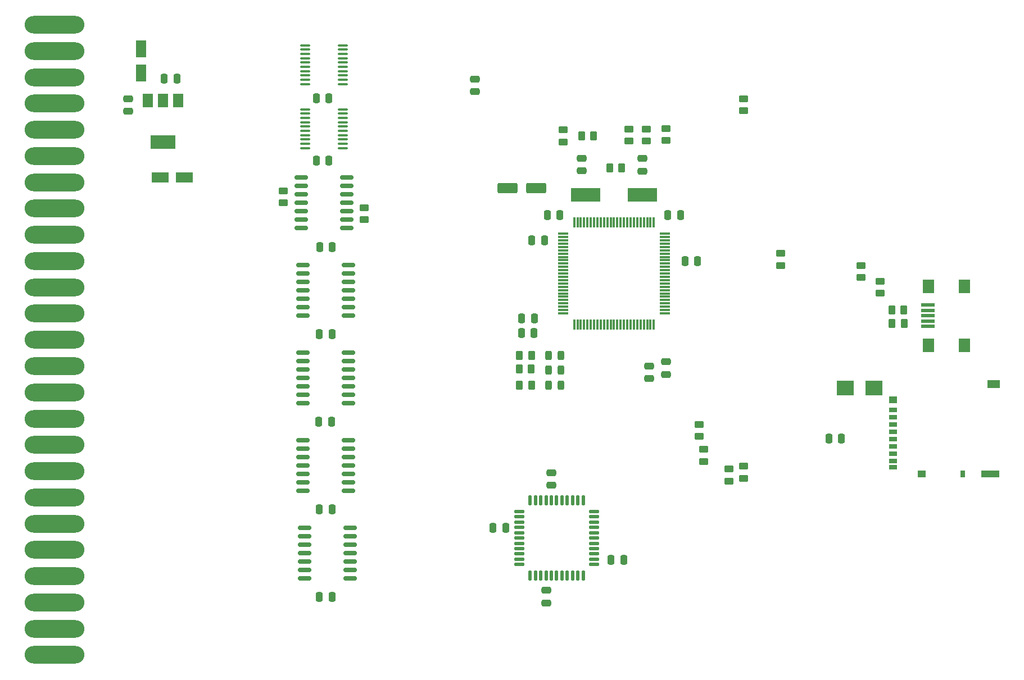
<source format=gbr>
%TF.GenerationSoftware,KiCad,Pcbnew,(6.0.9-0)*%
%TF.CreationDate,2023-01-03T21:00:15+01:00*%
%TF.ProjectId,MPSIBOARD,4d505349-424f-4415-9244-2e6b69636164,rev?*%
%TF.SameCoordinates,Original*%
%TF.FileFunction,Paste,Top*%
%TF.FilePolarity,Positive*%
%FSLAX46Y46*%
G04 Gerber Fmt 4.6, Leading zero omitted, Abs format (unit mm)*
G04 Created by KiCad (PCBNEW (6.0.9-0)) date 2023-01-03 21:00:15*
%MOMM*%
%LPD*%
G01*
G04 APERTURE LIST*
G04 Aperture macros list*
%AMRoundRect*
0 Rectangle with rounded corners*
0 $1 Rounding radius*
0 $2 $3 $4 $5 $6 $7 $8 $9 X,Y pos of 4 corners*
0 Add a 4 corners polygon primitive as box body*
4,1,4,$2,$3,$4,$5,$6,$7,$8,$9,$2,$3,0*
0 Add four circle primitives for the rounded corners*
1,1,$1+$1,$2,$3*
1,1,$1+$1,$4,$5*
1,1,$1+$1,$6,$7*
1,1,$1+$1,$8,$9*
0 Add four rect primitives between the rounded corners*
20,1,$1+$1,$2,$3,$4,$5,0*
20,1,$1+$1,$4,$5,$6,$7,0*
20,1,$1+$1,$6,$7,$8,$9,0*
20,1,$1+$1,$8,$9,$2,$3,0*%
G04 Aperture macros list end*
%ADD10RoundRect,0.250000X0.450000X-0.262500X0.450000X0.262500X-0.450000X0.262500X-0.450000X-0.262500X0*%
%ADD11RoundRect,0.250000X-0.450000X0.262500X-0.450000X-0.262500X0.450000X-0.262500X0.450000X0.262500X0*%
%ADD12RoundRect,0.250000X-0.475000X0.250000X-0.475000X-0.250000X0.475000X-0.250000X0.475000X0.250000X0*%
%ADD13RoundRect,0.250000X-0.262500X-0.450000X0.262500X-0.450000X0.262500X0.450000X-0.262500X0.450000X0*%
%ADD14RoundRect,0.250000X0.250000X0.475000X-0.250000X0.475000X-0.250000X-0.475000X0.250000X-0.475000X0*%
%ADD15RoundRect,0.250000X0.475000X-0.250000X0.475000X0.250000X-0.475000X0.250000X-0.475000X-0.250000X0*%
%ADD16RoundRect,0.250000X0.550000X-1.050000X0.550000X1.050000X-0.550000X1.050000X-0.550000X-1.050000X0*%
%ADD17RoundRect,0.250000X1.250000X0.550000X-1.250000X0.550000X-1.250000X-0.550000X1.250000X-0.550000X0*%
%ADD18RoundRect,0.243750X0.243750X0.456250X-0.243750X0.456250X-0.243750X-0.456250X0.243750X-0.456250X0*%
%ADD19R,4.500000X2.000000*%
%ADD20RoundRect,0.150000X-0.837500X-0.150000X0.837500X-0.150000X0.837500X0.150000X-0.837500X0.150000X0*%
%ADD21RoundRect,0.075000X-0.075000X0.725000X-0.075000X-0.725000X0.075000X-0.725000X0.075000X0.725000X0*%
%ADD22RoundRect,0.075000X-0.725000X0.075000X-0.725000X-0.075000X0.725000X-0.075000X0.725000X0.075000X0*%
%ADD23RoundRect,0.250000X-0.250000X-0.475000X0.250000X-0.475000X0.250000X0.475000X-0.250000X0.475000X0*%
%ADD24R,1.200000X0.700000*%
%ADD25R,0.800000X1.000000*%
%ADD26R,2.800000X1.000000*%
%ADD27R,1.900000X1.300000*%
%ADD28R,1.200000X1.000000*%
%ADD29RoundRect,0.100000X-0.637500X-0.100000X0.637500X-0.100000X0.637500X0.100000X-0.637500X0.100000X0*%
%ADD30RoundRect,0.250000X0.262500X0.450000X-0.262500X0.450000X-0.262500X-0.450000X0.262500X-0.450000X0*%
%ADD31O,9.000000X2.650000*%
%ADD32RoundRect,0.250000X-1.050000X-0.550000X1.050000X-0.550000X1.050000X0.550000X-1.050000X0.550000X0*%
%ADD33RoundRect,0.137500X-0.137500X0.600000X-0.137500X-0.600000X0.137500X-0.600000X0.137500X0.600000X0*%
%ADD34RoundRect,0.137500X-0.600000X0.137500X-0.600000X-0.137500X0.600000X-0.137500X0.600000X0.137500X0*%
%ADD35R,2.000000X0.500000*%
%ADD36R,1.700000X2.000000*%
%ADD37R,2.500000X2.300000*%
%ADD38R,1.500000X2.000000*%
%ADD39R,3.800000X2.000000*%
G04 APERTURE END LIST*
D10*
%TO.C,R21*%
X134125000Y-103800000D03*
X134125000Y-101975000D03*
%TD*%
%TO.C,R20*%
X133475000Y-100000000D03*
X133475000Y-98175000D03*
%TD*%
D11*
%TO.C,R19*%
X157875000Y-74237500D03*
X157875000Y-76062500D03*
%TD*%
%TO.C,R18*%
X160750000Y-76600000D03*
X160750000Y-78425000D03*
%TD*%
D10*
%TO.C,R17*%
X138000000Y-106762500D03*
X138000000Y-104937500D03*
%TD*%
%TO.C,R16*%
X140200000Y-106312500D03*
X140200000Y-104487500D03*
%TD*%
D12*
%TO.C,C22*%
X47453000Y-49084000D03*
X47453000Y-50984000D03*
%TD*%
D13*
%TO.C,R7*%
X115777000Y-54713500D03*
X117602000Y-54713500D03*
%TD*%
D14*
%TO.C,C1*%
X154900000Y-100300000D03*
X153000000Y-100300000D03*
%TD*%
D10*
%TO.C,R3*%
X125490000Y-55470000D03*
X125490000Y-53645000D03*
%TD*%
D14*
%TO.C,C18*%
X78230000Y-71420000D03*
X76330000Y-71420000D03*
%TD*%
D15*
%TO.C,C11*%
X115824000Y-59944000D03*
X115824000Y-58044000D03*
%TD*%
D16*
%TO.C,C6*%
X49383000Y-45164000D03*
X49383000Y-41564000D03*
%TD*%
D12*
%TO.C,C2*%
X99720400Y-46101000D03*
X99720400Y-48001000D03*
%TD*%
D14*
%TO.C,C28*%
X104328000Y-113792000D03*
X102428000Y-113792000D03*
%TD*%
D17*
%TO.C,C3*%
X108966000Y-62587500D03*
X104566000Y-62587500D03*
%TD*%
D18*
%TO.C,D2*%
X112650000Y-90010000D03*
X110775000Y-90010000D03*
%TD*%
D14*
%TO.C,C19*%
X110170000Y-70461500D03*
X108270000Y-70461500D03*
%TD*%
D19*
%TO.C,Y1*%
X124900000Y-63603500D03*
X116400000Y-63603500D03*
%TD*%
D20*
%TO.C,U9*%
X73499500Y-60960000D03*
X73499500Y-62230000D03*
X73499500Y-63500000D03*
X73499500Y-64770000D03*
X73499500Y-66040000D03*
X73499500Y-67310000D03*
X73499500Y-68580000D03*
X80424500Y-68580000D03*
X80424500Y-67310000D03*
X80424500Y-66040000D03*
X80424500Y-64770000D03*
X80424500Y-63500000D03*
X80424500Y-62230000D03*
X80424500Y-60960000D03*
%TD*%
D21*
%TO.C,U2*%
X126650000Y-67763000D03*
X126150000Y-67763000D03*
X125650000Y-67763000D03*
X125150000Y-67763000D03*
X124650000Y-67763000D03*
X124150000Y-67763000D03*
X123650000Y-67763000D03*
X123150000Y-67763000D03*
X122650000Y-67763000D03*
X122150000Y-67763000D03*
X121650000Y-67763000D03*
X121150000Y-67763000D03*
X120650000Y-67763000D03*
X120150000Y-67763000D03*
X119650000Y-67763000D03*
X119150000Y-67763000D03*
X118650000Y-67763000D03*
X118150000Y-67763000D03*
X117650000Y-67763000D03*
X117150000Y-67763000D03*
X116650000Y-67763000D03*
X116150000Y-67763000D03*
X115650000Y-67763000D03*
X115150000Y-67763000D03*
X114650000Y-67763000D03*
D22*
X112975000Y-69438000D03*
X112975000Y-69938000D03*
X112975000Y-70438000D03*
X112975000Y-70938000D03*
X112975000Y-71438000D03*
X112975000Y-71938000D03*
X112975000Y-72438000D03*
X112975000Y-72938000D03*
X112975000Y-73438000D03*
X112975000Y-73938000D03*
X112975000Y-74438000D03*
X112975000Y-74938000D03*
X112975000Y-75438000D03*
X112975000Y-75938000D03*
X112975000Y-76438000D03*
X112975000Y-76938000D03*
X112975000Y-77438000D03*
X112975000Y-77938000D03*
X112975000Y-78438000D03*
X112975000Y-78938000D03*
X112975000Y-79438000D03*
X112975000Y-79938000D03*
X112975000Y-80438000D03*
X112975000Y-80938000D03*
X112975000Y-81438000D03*
D21*
X114650000Y-83113000D03*
X115150000Y-83113000D03*
X115650000Y-83113000D03*
X116150000Y-83113000D03*
X116650000Y-83113000D03*
X117150000Y-83113000D03*
X117650000Y-83113000D03*
X118150000Y-83113000D03*
X118650000Y-83113000D03*
X119150000Y-83113000D03*
X119650000Y-83113000D03*
X120150000Y-83113000D03*
X120650000Y-83113000D03*
X121150000Y-83113000D03*
X121650000Y-83113000D03*
X122150000Y-83113000D03*
X122650000Y-83113000D03*
X123150000Y-83113000D03*
X123650000Y-83113000D03*
X124150000Y-83113000D03*
X124650000Y-83113000D03*
X125150000Y-83113000D03*
X125650000Y-83113000D03*
X126150000Y-83113000D03*
X126650000Y-83113000D03*
D22*
X128325000Y-81438000D03*
X128325000Y-80938000D03*
X128325000Y-80438000D03*
X128325000Y-79938000D03*
X128325000Y-79438000D03*
X128325000Y-78938000D03*
X128325000Y-78438000D03*
X128325000Y-77938000D03*
X128325000Y-77438000D03*
X128325000Y-76938000D03*
X128325000Y-76438000D03*
X128325000Y-75938000D03*
X128325000Y-75438000D03*
X128325000Y-74938000D03*
X128325000Y-74438000D03*
X128325000Y-73938000D03*
X128325000Y-73438000D03*
X128325000Y-72938000D03*
X128325000Y-72438000D03*
X128325000Y-71938000D03*
X128325000Y-71438000D03*
X128325000Y-70938000D03*
X128325000Y-70438000D03*
X128325000Y-69938000D03*
X128325000Y-69438000D03*
%TD*%
D12*
%TO.C,C4*%
X125940000Y-89380000D03*
X125940000Y-91280000D03*
%TD*%
D18*
%TO.C,D1*%
X112670000Y-87800000D03*
X110795000Y-87800000D03*
%TD*%
D23*
%TO.C,C26*%
X128778000Y-66651500D03*
X130678000Y-66651500D03*
%TD*%
D14*
%TO.C,C25*%
X77724000Y-49022000D03*
X75824000Y-49022000D03*
%TD*%
D13*
%TO.C,R10*%
X119991500Y-59539500D03*
X121816500Y-59539500D03*
%TD*%
D24*
%TO.C,J3*%
X162709000Y-96031000D03*
X162709000Y-97131000D03*
X162709000Y-98231000D03*
X162709000Y-99331000D03*
X162709000Y-100431000D03*
X162709000Y-101531000D03*
X162709000Y-102631000D03*
X162709000Y-103731000D03*
X162709000Y-104681000D03*
D25*
X173209000Y-105631000D03*
D26*
X177359000Y-105631000D03*
D27*
X177809000Y-92131000D03*
D28*
X162709000Y-94481000D03*
X167009000Y-105631000D03*
%TD*%
D23*
%TO.C,C21*%
X52903000Y-46084000D03*
X54803000Y-46084000D03*
%TD*%
D15*
%TO.C,C10*%
X124968000Y-59981500D03*
X124968000Y-58081500D03*
%TD*%
D14*
%TO.C,C5*%
X78166000Y-84582000D03*
X76266000Y-84582000D03*
%TD*%
D15*
%TO.C,C12*%
X111252000Y-107376000D03*
X111252000Y-105476000D03*
%TD*%
D29*
%TO.C,U3*%
X74099500Y-50669000D03*
X74099500Y-51319000D03*
X74099500Y-51969000D03*
X74099500Y-52619000D03*
X74099500Y-53269000D03*
X74099500Y-53919000D03*
X74099500Y-54569000D03*
X74099500Y-55219000D03*
X74099500Y-55869000D03*
X74099500Y-56519000D03*
X79824500Y-56519000D03*
X79824500Y-55869000D03*
X79824500Y-55219000D03*
X79824500Y-54569000D03*
X79824500Y-53919000D03*
X79824500Y-53269000D03*
X79824500Y-52619000D03*
X79824500Y-51969000D03*
X79824500Y-51319000D03*
X79824500Y-50669000D03*
%TD*%
D12*
%TO.C,C14*%
X128500000Y-88760000D03*
X128500000Y-90660000D03*
%TD*%
D30*
%TO.C,R13*%
X108220000Y-87760000D03*
X106395000Y-87760000D03*
%TD*%
%TO.C,R14*%
X108200000Y-89820000D03*
X106375000Y-89820000D03*
%TD*%
D20*
%TO.C,U8*%
X73753500Y-100584000D03*
X73753500Y-101854000D03*
X73753500Y-103124000D03*
X73753500Y-104394000D03*
X73753500Y-105664000D03*
X73753500Y-106934000D03*
X73753500Y-108204000D03*
X80678500Y-108204000D03*
X80678500Y-106934000D03*
X80678500Y-105664000D03*
X80678500Y-104394000D03*
X80678500Y-103124000D03*
X80678500Y-101854000D03*
X80678500Y-100584000D03*
%TD*%
D14*
%TO.C,C13*%
X78166000Y-110998000D03*
X76266000Y-110998000D03*
%TD*%
%TO.C,C8*%
X77724000Y-58420000D03*
X75824000Y-58420000D03*
%TD*%
D11*
%TO.C,R5*%
X128524000Y-53547000D03*
X128524000Y-55372000D03*
%TD*%
D31*
%TO.C,J1*%
X36327000Y-132963000D03*
X36327000Y-129003000D03*
X36327000Y-125043000D03*
X36327000Y-121083000D03*
X36327000Y-117123000D03*
X36327000Y-113163000D03*
X36327000Y-109203000D03*
X36327000Y-105243000D03*
X36327000Y-101283000D03*
X36327000Y-97323000D03*
X36327000Y-93363000D03*
X36327000Y-89403000D03*
X36327000Y-85443000D03*
X36327000Y-81483000D03*
X36327000Y-77523000D03*
X36327000Y-73563000D03*
X36327000Y-69603000D03*
X36327000Y-65643000D03*
X36327000Y-61683000D03*
X36327000Y-57723000D03*
X36327000Y-53763000D03*
X36327000Y-49803000D03*
X36327000Y-45843000D03*
X36327000Y-41883000D03*
X36327000Y-37923000D03*
%TD*%
D11*
%TO.C,R2*%
X83058000Y-67310000D03*
X83058000Y-65485000D03*
%TD*%
D18*
%TO.C,D3*%
X112647500Y-92250000D03*
X110772500Y-92250000D03*
%TD*%
D11*
%TO.C,R8*%
X122936000Y-53650500D03*
X122936000Y-55475500D03*
%TD*%
D20*
%TO.C,U4*%
X73753500Y-74168000D03*
X73753500Y-75438000D03*
X73753500Y-76708000D03*
X73753500Y-77978000D03*
X73753500Y-79248000D03*
X73753500Y-80518000D03*
X73753500Y-81788000D03*
X80678500Y-81788000D03*
X80678500Y-80518000D03*
X80678500Y-79248000D03*
X80678500Y-77978000D03*
X80678500Y-76708000D03*
X80678500Y-75438000D03*
X80678500Y-74168000D03*
%TD*%
%TO.C,U7*%
X74007500Y-113792000D03*
X74007500Y-115062000D03*
X74007500Y-116332000D03*
X74007500Y-117602000D03*
X74007500Y-118872000D03*
X74007500Y-120142000D03*
X74007500Y-121412000D03*
X80932500Y-121412000D03*
X80932500Y-120142000D03*
X80932500Y-118872000D03*
X80932500Y-117602000D03*
X80932500Y-116332000D03*
X80932500Y-115062000D03*
X80932500Y-113792000D03*
%TD*%
D32*
%TO.C,C7*%
X52293000Y-60984000D03*
X55893000Y-60984000D03*
%TD*%
D11*
%TO.C,R9*%
X140208000Y-49078500D03*
X140208000Y-50903500D03*
%TD*%
D10*
%TO.C,R4*%
X145720000Y-74225000D03*
X145720000Y-72400000D03*
%TD*%
D14*
%TO.C,C27*%
X108590000Y-84420000D03*
X106690000Y-84420000D03*
%TD*%
D33*
%TO.C,U1*%
X116014000Y-109653500D03*
X115214000Y-109653500D03*
X114414000Y-109653500D03*
X113614000Y-109653500D03*
X112814000Y-109653500D03*
X112014000Y-109653500D03*
X111214000Y-109653500D03*
X110414000Y-109653500D03*
X109614000Y-109653500D03*
X108814000Y-109653500D03*
X108014000Y-109653500D03*
D34*
X106351500Y-111316000D03*
X106351500Y-112116000D03*
X106351500Y-112916000D03*
X106351500Y-113716000D03*
X106351500Y-114516000D03*
X106351500Y-115316000D03*
X106351500Y-116116000D03*
X106351500Y-116916000D03*
X106351500Y-117716000D03*
X106351500Y-118516000D03*
X106351500Y-119316000D03*
D33*
X108014000Y-120978500D03*
X108814000Y-120978500D03*
X109614000Y-120978500D03*
X110414000Y-120978500D03*
X111214000Y-120978500D03*
X112014000Y-120978500D03*
X112814000Y-120978500D03*
X113614000Y-120978500D03*
X114414000Y-120978500D03*
X115214000Y-120978500D03*
X116014000Y-120978500D03*
D34*
X117676500Y-119316000D03*
X117676500Y-118516000D03*
X117676500Y-117716000D03*
X117676500Y-116916000D03*
X117676500Y-116116000D03*
X117676500Y-115316000D03*
X117676500Y-114516000D03*
X117676500Y-113716000D03*
X117676500Y-112916000D03*
X117676500Y-112116000D03*
X117676500Y-111316000D03*
%TD*%
D23*
%TO.C,C16*%
X120208000Y-118618000D03*
X122108000Y-118618000D03*
%TD*%
D35*
%TO.C,J2*%
X167929000Y-83388000D03*
X167929000Y-82588000D03*
X167929000Y-81788000D03*
X167929000Y-80988000D03*
X167929000Y-80188000D03*
D36*
X168029000Y-86238000D03*
X168029000Y-77338000D03*
X173479000Y-86238000D03*
X173479000Y-77338000D03*
%TD*%
D14*
%TO.C,C20*%
X78100000Y-97790000D03*
X76200000Y-97790000D03*
%TD*%
D23*
%TO.C,C17*%
X131320000Y-73610000D03*
X133220000Y-73610000D03*
%TD*%
D13*
%TO.C,R12*%
X162545000Y-82980000D03*
X164370000Y-82980000D03*
%TD*%
D12*
%TO.C,C23*%
X110490000Y-123190000D03*
X110490000Y-125090000D03*
%TD*%
D20*
%TO.C,U6*%
X73753500Y-87376000D03*
X73753500Y-88646000D03*
X73753500Y-89916000D03*
X73753500Y-91186000D03*
X73753500Y-92456000D03*
X73753500Y-93726000D03*
X73753500Y-94996000D03*
X80678500Y-94996000D03*
X80678500Y-93726000D03*
X80678500Y-92456000D03*
X80678500Y-91186000D03*
X80678500Y-89916000D03*
X80678500Y-88646000D03*
X80678500Y-87376000D03*
%TD*%
D11*
%TO.C,R1*%
X70866000Y-62945000D03*
X70866000Y-64770000D03*
%TD*%
D13*
%TO.C,R11*%
X162480000Y-80930000D03*
X164305000Y-80930000D03*
%TD*%
D14*
%TO.C,C15*%
X78166000Y-124206000D03*
X76266000Y-124206000D03*
%TD*%
D10*
%TO.C,R6*%
X113030000Y-55610000D03*
X113030000Y-53785000D03*
%TD*%
D37*
%TO.C,D4*%
X155500000Y-92700000D03*
X159800000Y-92700000D03*
%TD*%
D14*
%TO.C,C24*%
X112522000Y-66651500D03*
X110622000Y-66651500D03*
%TD*%
D30*
%TO.C,R15*%
X108222500Y-92300000D03*
X106397500Y-92300000D03*
%TD*%
D38*
%TO.C,U11*%
X55013000Y-49354000D03*
D39*
X52713000Y-55654000D03*
D38*
X52713000Y-49354000D03*
X50413000Y-49354000D03*
%TD*%
D14*
%TO.C,C9*%
X108660000Y-82220000D03*
X106760000Y-82220000D03*
%TD*%
D29*
%TO.C,U5*%
X74099500Y-41017000D03*
X74099500Y-41667000D03*
X74099500Y-42317000D03*
X74099500Y-42967000D03*
X74099500Y-43617000D03*
X74099500Y-44267000D03*
X74099500Y-44917000D03*
X74099500Y-45567000D03*
X74099500Y-46217000D03*
X74099500Y-46867000D03*
X79824500Y-46867000D03*
X79824500Y-46217000D03*
X79824500Y-45567000D03*
X79824500Y-44917000D03*
X79824500Y-44267000D03*
X79824500Y-43617000D03*
X79824500Y-42967000D03*
X79824500Y-42317000D03*
X79824500Y-41667000D03*
X79824500Y-41017000D03*
%TD*%
M02*

</source>
